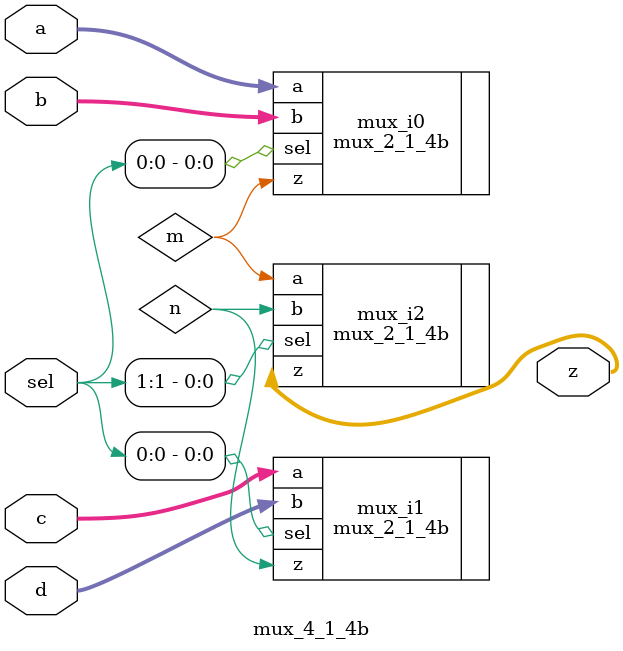
<source format=v>
`timescale 1ns / 1ps


module mux_4_1_4b(
    input [3:0] a,b,c,d,
    input [1:0]sel,
    output [3:0] z
    );
    wire m,n;
    mux_2_1_4b mux_i0(.a(a),.b(b),.sel(sel[0]),.z(m));
    mux_2_1_4b mux_i1(.a(c),.b(d),.sel(sel[0]),.z(n));
    mux_2_1_4b mux_i2(.a(m),.b(n),.sel(sel[1]),.z(z));
endmodule

</source>
